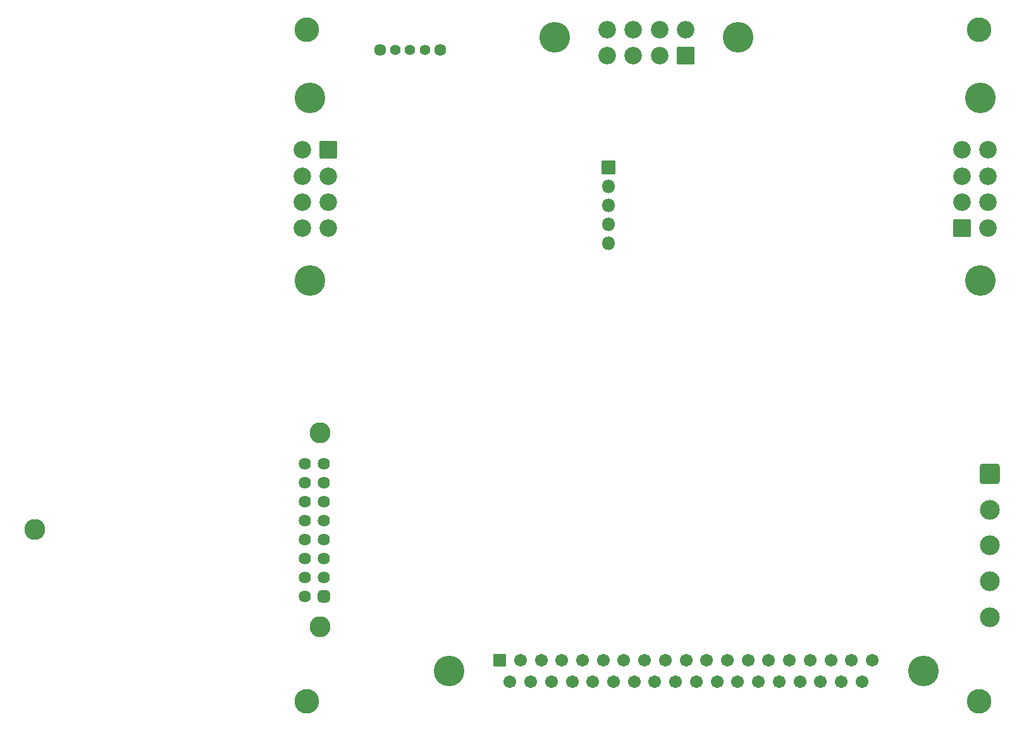
<source format=gbr>
G04 #@! TF.GenerationSoftware,KiCad,Pcbnew,(6.0.5)*
G04 #@! TF.CreationDate,2023-05-02T23:05:13-04:00*
G04 #@! TF.ProjectId,MC_Telem,4d435f54-656c-4656-9d2e-6b696361645f,rev?*
G04 #@! TF.SameCoordinates,Original*
G04 #@! TF.FileFunction,Soldermask,Bot*
G04 #@! TF.FilePolarity,Negative*
%FSLAX46Y46*%
G04 Gerber Fmt 4.6, Leading zero omitted, Abs format (unit mm)*
G04 Created by KiCad (PCBNEW (6.0.5)) date 2023-05-02 23:05:13*
%MOMM*%
%LPD*%
G01*
G04 APERTURE LIST*
G04 Aperture macros list*
%AMRoundRect*
0 Rectangle with rounded corners*
0 $1 Rounding radius*
0 $2 $3 $4 $5 $6 $7 $8 $9 X,Y pos of 4 corners*
0 Add a 4 corners polygon primitive as box body*
4,1,4,$2,$3,$4,$5,$6,$7,$8,$9,$2,$3,0*
0 Add four circle primitives for the rounded corners*
1,1,$1+$1,$2,$3*
1,1,$1+$1,$4,$5*
1,1,$1+$1,$6,$7*
1,1,$1+$1,$8,$9*
0 Add four rect primitives between the rounded corners*
20,1,$1+$1,$2,$3,$4,$5,0*
20,1,$1+$1,$4,$5,$6,$7,0*
20,1,$1+$1,$6,$7,$8,$9,0*
20,1,$1+$1,$8,$9,$2,$3,0*%
G04 Aperture macros list end*
%ADD10C,1.610000*%
%ADD11C,1.410000*%
%ADD12RoundRect,0.051000X-1.125000X1.125000X-1.125000X-1.125000X1.125000X-1.125000X1.125000X1.125000X0*%
%ADD13C,2.352000*%
%ADD14C,4.102000*%
%ADD15RoundRect,0.051000X1.125000X1.125000X-1.125000X1.125000X-1.125000X-1.125000X1.125000X-1.125000X0*%
%ADD16RoundRect,0.051000X1.125000X-1.125000X1.125000X1.125000X-1.125000X1.125000X-1.125000X-1.125000X0*%
%ADD17C,3.302000*%
%ADD18RoundRect,0.051000X-0.850000X-0.850000X0.850000X-0.850000X0.850000X0.850000X-0.850000X0.850000X0*%
%ADD19O,1.802000X1.802000*%
%ADD20C,2.802000*%
%ADD21RoundRect,0.432000X0.381000X-0.381000X0.381000X0.381000X-0.381000X0.381000X-0.381000X-0.381000X0*%
%ADD22C,1.626000*%
%ADD23RoundRect,0.051000X-0.800000X-0.800000X0.800000X-0.800000X0.800000X0.800000X-0.800000X0.800000X0*%
%ADD24C,1.702000*%
%ADD25RoundRect,0.300999X-1.025001X1.025001X-1.025001X-1.025001X1.025001X-1.025001X1.025001X1.025001X0*%
%ADD26C,2.652000*%
G04 APERTURE END LIST*
D10*
X89853000Y-67691000D03*
X97853000Y-67691000D03*
D11*
X91853000Y-67691000D03*
X93853000Y-67691000D03*
X95853000Y-67691000D03*
D12*
X82922500Y-81110000D03*
D13*
X82922500Y-84610000D03*
X82922500Y-88110000D03*
X82922500Y-91610000D03*
X79422500Y-81110000D03*
X79422500Y-84610000D03*
X79422500Y-88110000D03*
X79422500Y-91610000D03*
D14*
X80462500Y-74110000D03*
X80462500Y-98610000D03*
D15*
X130726000Y-68466500D03*
D13*
X127226000Y-68466500D03*
X123726000Y-68466500D03*
X120226000Y-68466500D03*
X130726000Y-64966500D03*
X127226000Y-64966500D03*
X123726000Y-64966500D03*
X120226000Y-64966500D03*
D14*
X137726000Y-66006500D03*
X113226000Y-66006500D03*
D16*
X167720000Y-91610000D03*
D13*
X167720000Y-88110000D03*
X167720000Y-84610000D03*
X167720000Y-81110000D03*
X171220000Y-91610000D03*
X171220000Y-88110000D03*
X171220000Y-84610000D03*
X171220000Y-81110000D03*
D14*
X170180000Y-98610000D03*
X170180000Y-74110000D03*
D17*
X80000000Y-65000000D03*
X170000000Y-65000000D03*
X170000000Y-155000000D03*
D18*
X120421000Y-83469000D03*
D19*
X120421000Y-86009000D03*
X120421000Y-88549000D03*
X120421000Y-91089000D03*
X120421000Y-93629000D03*
D20*
X81820000Y-118989800D03*
X81820000Y-144989800D03*
X43620000Y-131989800D03*
D21*
X82280000Y-140949800D03*
D22*
X79740000Y-140949800D03*
X82280000Y-138409800D03*
X79740000Y-138409800D03*
X82280000Y-135869800D03*
X79740000Y-135869800D03*
X82280000Y-133329800D03*
X79740000Y-133329800D03*
X82280000Y-130789800D03*
X79740000Y-130789800D03*
X82280000Y-128249800D03*
X79740000Y-128249800D03*
X82280000Y-125709800D03*
X79740000Y-125709800D03*
X82280000Y-123169800D03*
X79740000Y-123169800D03*
D17*
X80000000Y-155000000D03*
D14*
X99030000Y-150920000D03*
X162530000Y-150920000D03*
D23*
X105850000Y-149500000D03*
D24*
X108620000Y-149500000D03*
X111390000Y-149500000D03*
X114160000Y-149500000D03*
X116930000Y-149500000D03*
X119700000Y-149500000D03*
X122470000Y-149500000D03*
X125240000Y-149500000D03*
X128010000Y-149500000D03*
X130780000Y-149500000D03*
X133550000Y-149500000D03*
X136320000Y-149500000D03*
X139090000Y-149500000D03*
X141860000Y-149500000D03*
X144630000Y-149500000D03*
X147400000Y-149500000D03*
X150170000Y-149500000D03*
X152940000Y-149500000D03*
X155710000Y-149500000D03*
X107235000Y-152340000D03*
X110005000Y-152340000D03*
X112775000Y-152340000D03*
X115545000Y-152340000D03*
X118315000Y-152340000D03*
X121085000Y-152340000D03*
X123855000Y-152340000D03*
X126625000Y-152340000D03*
X129395000Y-152340000D03*
X132165000Y-152340000D03*
X134935000Y-152340000D03*
X137705000Y-152340000D03*
X140475000Y-152340000D03*
X143245000Y-152340000D03*
X146015000Y-152340000D03*
X148785000Y-152340000D03*
X151555000Y-152340000D03*
X154325000Y-152340000D03*
D25*
X171475000Y-124525000D03*
D26*
X171475000Y-129325000D03*
X171475000Y-134125000D03*
X171475000Y-138925000D03*
X171475000Y-143725000D03*
M02*

</source>
